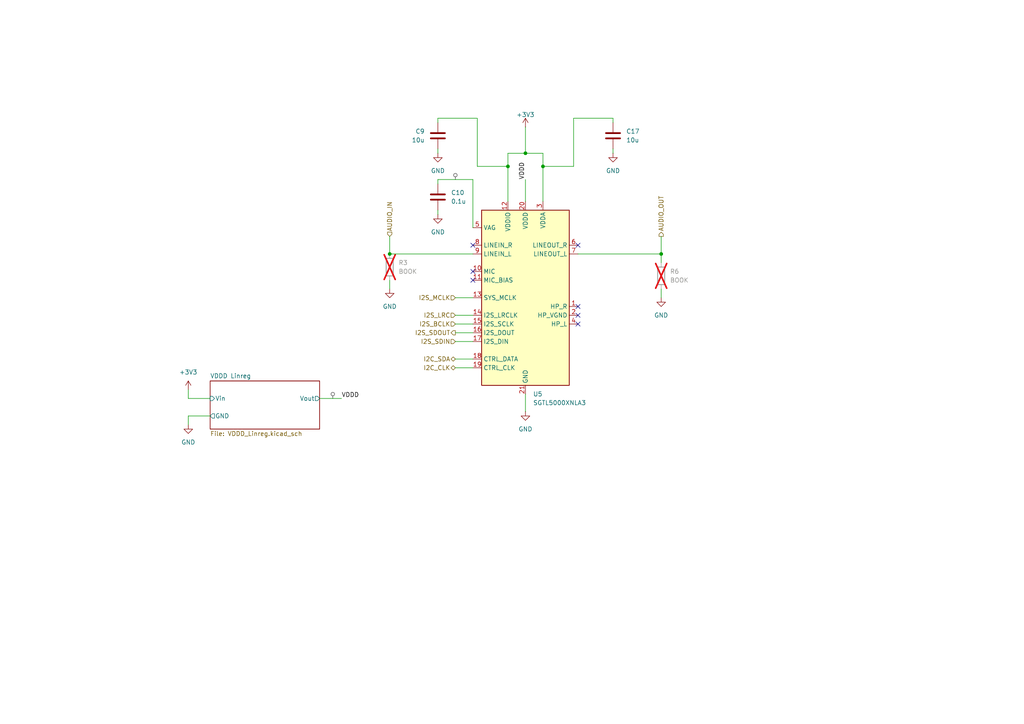
<source format=kicad_sch>
(kicad_sch (version 20250114) (generator "eeschema") (generator_version "9.0")
  (paper "A4")
  (title_block (title "Codec (SGTL5000)") (rev "v0.3") (company "Goat Fast Racing") (comment 1 "Designed By Liam Jennings"))
  (lib_symbols
    (symbol "Audio:SGTL5000XNLA3"
      (property "Reference" "U" (at 0 0 0))
      (property "Value" "SGTL5000XNLA3" (at -5.08 -27.94 0))
      (symbol "SGTL5000XNLA3_0_1"
        (rectangle (start -12.7 25.4) (end 12.7 -25.4) (stroke (width 0.254)) (fill (type background)))
      )
      (symbol "SGTL5000XNLA3_1_1"
        (pin passive line (at -15.24 20.32 0) (length 2.54) (name "VAG") (number "5"))
        (pin input line (at -15.24 15.24 0) (length 2.54) (name "LINEIN_R") (number "8"))
        (pin input line (at -15.24 12.7 0) (length 2.54) (name "LINEIN_L") (number "9"))
        (pin input line (at -15.24 7.62 0) (length 2.54) (name "MIC") (number "10"))
        (pin input line (at -15.24 5.08 0) (length 2.54) (name "MIC_BIAS") (number "11"))
        (pin input line (at -15.24 0 0) (length 2.54) (name "SYS_MCLK") (number "13"))
        (pin input line (at -15.24 -5.08 0) (length 2.54) (name "I2S_LRCLK") (number "14"))
        (pin input line (at -15.24 -7.62 0) (length 2.54) (name "I2S_SCLK") (number "15"))
        (pin output line (at -15.24 -10.16 0) (length 2.54) (name "I2S_DOUT") (number "16"))
        (pin input line (at -15.24 -12.7 0) (length 2.54) (name "I2S_DIN") (number "17"))
        (pin input line (at -15.24 -17.78 0) (length 2.54) (name "CTRL_DATA") (number "18"))
        (pin input line (at -15.24 -20.32 0) (length 2.54) (name "CTRL_CLK") (number "19"))
        (pin power_in line (at -5.08 27.94 270) (length 2.54) (name "VDDIO") (number "12"))
        (pin power_in line (at 0 27.94 270) (length 2.54) (name "VDDD") (number "20"))
        (pin power_in line (at 0 -27.94 90) (length 2.54) (name "GND") (number "21"))
        (pin power_in line (at 5.08 27.94 270) (length 2.54) (name "VDDA") (number "3"))
        (pin output line (at 15.24 15.24 180) (length 2.54) (name "LINEOUT_R") (number "6"))
        (pin output line (at 15.24 12.7 180) (length 2.54) (name "LINEOUT_L") (number "7"))
        (pin output line (at 15.24 -2.54 180) (length 2.54) (name "HP_R") (number "1"))
        (pin power_out line (at 15.24 -5.08 180) (length 2.54) (name "HP_VGND") (number "2"))
        (pin output line (at 15.24 -7.62 180) (length 2.54) (name "HP_L") (number "4"))
      )
    )
    (symbol "Device:C" (pin_numbers (hide yes)) (pin_names (offset 0.254))
      (property "Reference" "C" (at 0.635 2.54 0))
      (property "Value" "C" (at 0.635 -2.54 0))
      (symbol "C_0_1"
        (polyline (pts (xy -2.032 0.762) (xy 2.032 0.762)) (stroke (width 0.508)))
        (polyline (pts (xy -2.032 -0.762) (xy 2.032 -0.762)) (stroke (width 0.508)))
      )
      (symbol "C_1_1"
        (pin passive line (at 0 3.81 270) (length 2.794) (name "~") (number "1"))
        (pin passive line (at 0 -3.81 90) (length 2.794) (name "~") (number "2"))
      )
    )
    (symbol "Device:R" (pin_numbers (hide yes)) (pin_names (offset 0))
      (property "Reference" "R" (at 2.032 0 90))
      (property "Value" "R" (at 0 0 90))
      (symbol "R_0_1"
        (rectangle (start -1.016 -2.54) (end 1.016 2.54) (stroke (width 0.254)))
      )
      (symbol "R_1_1"
        (pin passive line (at 0 3.81 270) (length 1.27) (name "~") (number "1"))
        (pin passive line (at 0 -3.81 90) (length 1.27) (name "~") (number "2"))
      )
    )
    (symbol "power:+3V3" (power) (pin_numbers (hide yes)) (pin_names (offset 0) (hide yes))
      (property "Value" "+3V3" (at 0 3.556 0))
      (symbol "+3V3_0_1"
        (polyline (pts (xy -0.762 1.27) (xy 0 2.54)))
        (polyline (pts (xy 0 2.54) (xy 0.762 1.27)))
        (polyline (pts (xy 0 0) (xy 0 2.54)))
      )
      (symbol "+3V3_1_1"
        (pin power_in line (at 0 0 90) (length 0) (name "~") (number "1"))
      )
    )
    (symbol "power:GND" (power) (pin_numbers (hide yes)) (pin_names (offset 0) (hide yes))
      (property "Value" "GND" (at 0 -3.81 0))
      (symbol "GND_0_1"
        (polyline (pts (xy 0 0) (xy 0 -1.27) (xy 1.27 -1.27) (xy 0 -2.54) (xy -1.27 -1.27) (xy 0 -1.27)))
      )
      (symbol "GND_1_1"
        (pin power_in line (at 0 0 270) (length 0) (name "~") (number "1"))
      )
    )
    (symbol "power:GNDA" (power) (pin_numbers (hide yes)) (pin_names (offset 0) (hide yes))
      (property "Value" "GNDA" (at 0 -3.81 0))
      (symbol "GNDA_0_1"
        (polyline (pts (xy 0 0) (xy 0 -1.27) (xy 1.27 -1.27) (xy 0 -2.54) (xy -1.27 -1.27) (xy 0 -1.27)))
      )
      (symbol "GNDA_1_1"
        (pin power_in line (at 0 0 270) (length 0) (name "~") (number "1"))
      )
    )
  )
  (junction (at 191.77 73.66))
  (junction (at 157.48 48.26))
  (junction (at 147.32 48.26))
  (junction (at 152.4 44.45))
  (junction (at 113.03 73.66))
  (no_connect (at 137.16 71.12))
  (no_connect (at 167.64 88.9))
  (no_connect (at 167.64 93.98))
  (no_connect (at 167.64 91.44))
  (no_connect (at 137.16 78.74))
  (no_connect (at 137.16 81.28))
  (no_connect (at 167.64 71.12))
  (wire (pts (xy 152.4 44.45) (xy 157.48 44.45)))
  (wire (pts (xy 60.96 120.65) (xy 54.61 120.65)))
  (wire (pts (xy 54.61 120.65) (xy 54.61 123.19)))
  (wire (pts (xy 177.8 34.29) (xy 177.8 35.56)))
  (wire (pts (xy 191.77 68.58) (xy 191.77 73.66)))
  (wire (pts (xy 166.37 34.29) (xy 177.8 34.29)))
  (wire (pts (xy 99.06 115.57) (xy 92.71 115.57)))
  (wire (pts (xy 152.4 36.83) (xy 152.4 44.45)))
  (wire (pts (xy 132.08 91.44) (xy 137.16 91.44)))
  (wire (pts (xy 191.77 86.36) (xy 191.77 83.82)))
  (wire (pts (xy 157.48 48.26) (xy 157.48 58.42)))
  (wire (pts (xy 137.16 52.07) (xy 137.16 66.04)))
  (wire (pts (xy 113.03 73.66) (xy 137.16 73.66)))
  (wire (pts (xy 147.32 44.45) (xy 152.4 44.45)))
  (wire (pts (xy 191.77 73.66) (xy 191.77 76.2)))
  (wire (pts (xy 127 52.07) (xy 137.16 52.07)))
  (wire (pts (xy 137.16 86.36) (xy 132.08 86.36)))
  (wire (pts (xy 166.37 34.29) (xy 166.37 48.26)))
  (wire (pts (xy 132.08 96.52) (xy 137.16 96.52)))
  (wire (pts (xy 138.43 34.29) (xy 127 34.29)))
  (wire (pts (xy 157.48 44.45) (xy 157.48 48.26)))
  (wire (pts (xy 132.08 104.14) (xy 137.16 104.14)))
  (wire (pts (xy 127 44.45) (xy 127 43.18)))
  (wire (pts (xy 54.61 113.03) (xy 54.61 115.57)))
  (wire (pts (xy 147.32 48.26) (xy 147.32 58.42)))
  (wire (pts (xy 127 34.29) (xy 127 35.56)))
  (wire (pts (xy 132.08 106.68) (xy 137.16 106.68)))
  (wire (pts (xy 138.43 48.26) (xy 147.32 48.26)))
  (wire (pts (xy 152.4 114.3) (xy 152.4 119.38)))
  (wire (pts (xy 113.03 68.58) (xy 113.03 73.66)))
  (wire (pts (xy 147.32 44.45) (xy 147.32 48.26)))
  (wire (pts (xy 113.03 83.82) (xy 113.03 81.28)))
  (wire (pts (xy 177.8 44.45) (xy 177.8 43.18)))
  (wire (pts (xy 166.37 48.26) (xy 157.48 48.26)))
  (wire (pts (xy 132.08 93.98) (xy 137.16 93.98)))
  (wire (pts (xy 54.61 115.57) (xy 60.96 115.57)))
  (wire (pts (xy 132.08 99.06) (xy 137.16 99.06)))
  (wire (pts (xy 127 53.34) (xy 127 52.07)))
  (wire (pts (xy 127 60.96) (xy 127 62.23)))
  (wire (pts (xy 167.64 73.66) (xy 191.77 73.66)))
  (wire (pts (xy 138.43 34.29) (xy 138.43 48.26)))
  (wire (pts (xy 152.4 52.07) (xy 152.4 58.42)))
  (label "VDDD" (at 152.4 52.07 90))
  (label "VDDD" (at 99.06 115.57 0))
  (hierarchical_label "I2S_SDOUT" (shape output) (at 132.08 96.52 180))
  (hierarchical_label "I2C_SDA" (shape bidirectional) (at 132.08 104.14 180))
  (hierarchical_label "I2C_CLK" (shape bidirectional) (at 132.08 106.68 180))
  (hierarchical_label "I2S_LRC" (shape input) (at 132.08 91.44 180))
  (hierarchical_label "AUDIO_OUT" (shape output) (at 191.77 68.58 90))
  (hierarchical_label "I2S_MCLK" (shape input) (at 132.08 86.36 180))
  (hierarchical_label "I2S_SDIN" (shape input) (at 132.08 99.06 180))
  (hierarchical_label "AUDIO_IN" (shape input) (at 113.03 68.58 90))
  (hierarchical_label "I2S_BCLK" (shape input) (at 132.08 93.98 180))
  (netclass_flag "" (length 1.27) (shape round) (at 96.52 115.57 0) (property "Netclass" "Power" (effects (hide yes))))
  (netclass_flag "" (length 1.27) (shape round) (at 132.08 52.07 0) (property "Netclass" "Power" (effects (hide yes))))
  (symbol (lib_id "power:GNDA") (at 54.61 123.19 0) (unit 1)
    (property "Reference" "#PWR013" (effects (hide yes)))
    (property "Value" "GND" (at 54.61 128.27 0))
    (property "Description" "Power symbol creates a global label with name \"GNDA\" , analog ground" (effects (hide yes)))
  )
  (symbol (lib_id "power:GNDA") (at 152.4 119.38 0) (unit 1)
    (property "Reference" "#PWR015" (effects (hide yes)))
    (property "Value" "GND" (at 152.4 124.46 0))
    (property "Description" "Power symbol creates a global label with name \"GNDA\" , analog ground" (effects (hide yes)))
  )
  (symbol (lib_id "Device:C") (at 127 57.15 0) (unit 1)
    (property "Reference" "C10" (at 130.81 55.8799 0) (effects (justify left)))
    (property "Value" "0.1u" (at 130.81 58.4199 0) (effects (justify left)))
    (property "Footprint" "Capacitor_SMD:C_0402_1005Metric" (effects (hide yes)))
    (property "Description" "Unpolarized capacitor" (effects (hide yes)))
    (property "IPN" "CAP-000031-00" (effects (hide yes)))
  )
  (symbol (lib_id "power:GNDA") (at 113.03 83.82 0) (unit 1)
    (property "Reference" "#PWR07" (effects (hide yes)))
    (property "Value" "GND" (at 113.03 88.9 0))
    (property "Description" "Power symbol creates a global label with name \"GNDA\" , analog ground" (effects (hide yes)))
  )
  (symbol (lib_id "power:GND") (at 127 44.45 0) (mirror y) (unit 1)
    (property "Reference" "#PWR010" (effects (hide yes)))
    (property "Value" "GND" (at 127 49.53 0))
    (property "Description" "Power symbol creates a global label with name \"GND\" , ground" (effects (hide yes)))
  )
  (symbol (lib_id "Device:R") (at 113.03 77.47 180) (unit 1) (in_bom no) (dnp yes)
    (property "Reference" "R3" (at 115.57 76.1999 0) (effects (justify right)))
    (property "Value" "BOOK" (at 115.57 78.7399 0) (effects (justify right)))
    (property "Footprint" "Resistor_SMD:R_0402_1005Metric" (effects (hide yes)))
    (property "Description" "Resistor" (effects (hide yes)))
    (property "IPN" "BOOK" (effects (hide yes)))
  )
  (symbol (lib_id "Audio:SGTL5000XNLA3") (at 152.4 86.36 0) (unit 1)
    (property "Reference" "U5" (at 154.5941 114.3 0) (effects (justify left)))
    (property "Value" "SGTL5000XNLA3" (at 154.5941 116.84 0) (effects (justify left)))
    (property "Footprint" "Package_DFN_QFN:QFN-20-1EP_3x3mm_P0.4mm_EP1.65x1.65mm" (effects (hide yes)))
    (property "IPN" "ICS-000519-00" (effects (hide yes)))
  )
  (symbol (lib_id "Device:C") (at 127 39.37 0) (mirror y) (unit 1)
    (property "Reference" "C9" (at 123.19 38.0999 0) (effects (justify left)))
    (property "Value" "10u" (at 123.19 40.6399 0) (effects (justify left)))
    (property "Footprint" "Capacitor_SMD:C_0402_1005Metric" (effects (hide yes)))
    (property "Description" "Unpolarized capacitor" (effects (hide yes)))
    (property "IPN" "CAP-000017-00" (effects (hide yes)))
  )
  (symbol (lib_id "power:GNDA") (at 191.77 86.36 0) (unit 1)
    (property "Reference" "#PWR018" (effects (hide yes)))
    (property "Value" "GND" (at 191.77 91.44 0))
    (property "Description" "Power symbol creates a global label with name \"GNDA\" , analog ground" (effects (hide yes)))
  )
  (symbol (lib_id "Device:C") (at 177.8 39.37 0) (unit 1)
    (property "Reference" "C17" (at 181.61 38.0999 0) (effects (justify left)))
    (property "Value" "10u" (at 181.61 40.6399 0) (effects (justify left)))
    (property "Footprint" "Capacitor_SMD:C_0402_1005Metric" (effects (hide yes)))
    (property "Description" "Unpolarized capacitor" (effects (hide yes)))
    (property "IPN" "CAP-000017-00" (effects (hide yes)))
  )
  (symbol (lib_id "power:+3V3") (at 54.61 113.03 0) (unit 1)
    (property "Reference" "#PWR012" (effects (hide yes)))
    (property "Value" "+3V3" (at 54.61 107.95 0))
    (property "Description" "Power symbol creates a global label with name \"+3V3\"" (effects (hide yes)))
  )
  (symbol (lib_id "power:GND") (at 177.8 44.45 0) (unit 1)
    (property "Reference" "#PWR017" (effects (hide yes)))
    (property "Value" "GND" (at 177.8 49.53 0))
    (property "Description" "Power symbol creates a global label with name \"GND\" , ground" (effects (hide yes)))
  )
  (symbol (lib_id "Device:R") (at 191.77 80.01 180) (unit 1) (in_bom no) (dnp yes)
    (property "Reference" "R6" (at 194.31 78.7399 0) (effects (justify right)))
    (property "Value" "BOOK" (at 194.31 81.2799 0) (effects (justify right)))
    (property "Footprint" "Resistor_SMD:R_0402_1005Metric" (effects (hide yes)))
    (property "Description" "Resistor" (effects (hide yes)))
    (property "IPN" "BOOK" (effects (hide yes)))
  )
  (symbol (lib_id "power:+3V3") (at 152.4 36.83 0) (unit 1)
    (property "Reference" "#PWR014" (effects (hide yes)))
    (property "Value" "+3V3" (at 152.4 33.274 0))
    (property "Description" "Power symbol creates a global label with name \"+3V3\"" (effects (hide yes)))
  )
  (symbol (lib_id "power:GND") (at 127 62.23 0) (unit 1)
    (property "Reference" "#PWR011" (effects (hide yes)))
    (property "Value" "GND" (at 127 67.31 0))
    (property "Description" "Power symbol creates a global label with name \"GND\" , ground" (effects (hide yes)))
  )
  (sheet (at 60.96 110.49) (size 31.75 13.97) (stroke (width 0.1524))
    (property "Sheetname" "VDDD Linreg" (at 60.96 109.7784 0) (effects (justify left bottom)))
    (property "Sheetfile" "VDDD_Linreg.kicad_sch" (at 60.96 125.0446 0) (effects (justify left top)))
    (pin "Vin" input (at 60.96 115.57 180))
    (pin "Vout" output (at 92.71 115.57 0))
    (pin "GND" output (at 60.96 120.65 180))
  )
)
</source>
